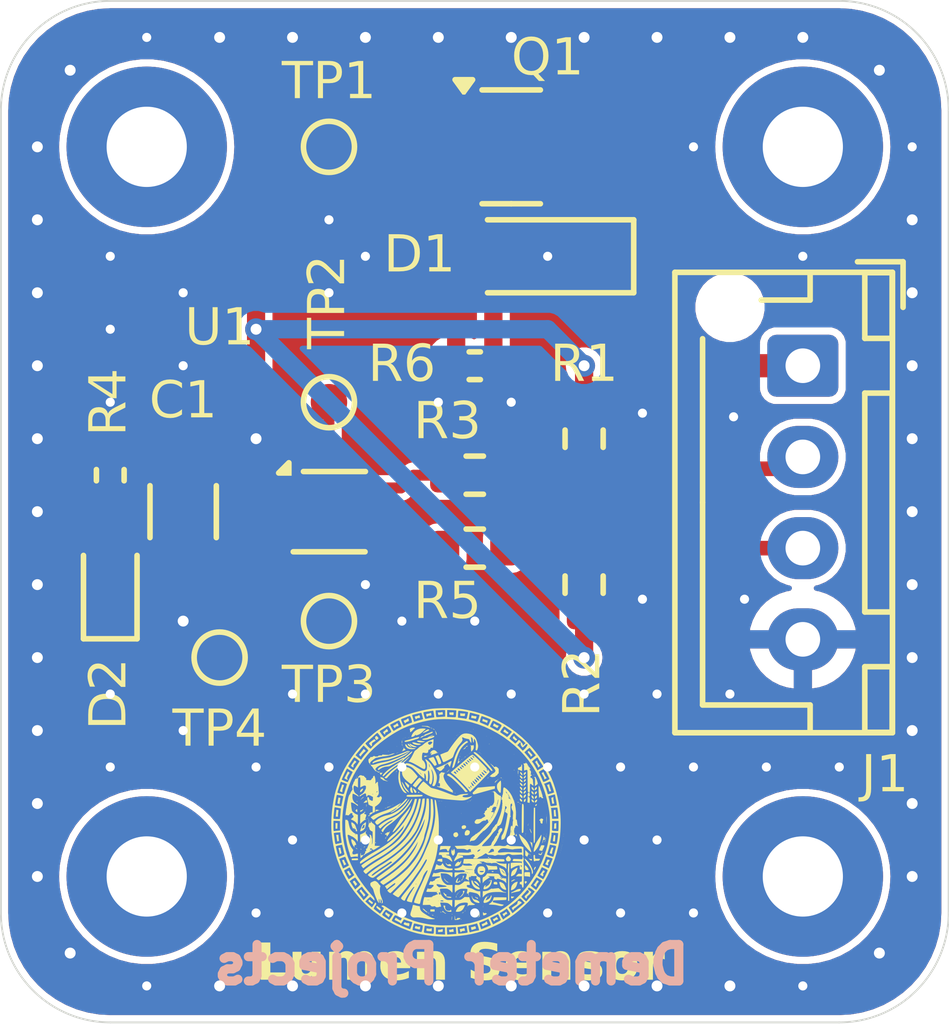
<source format=kicad_pcb>
(kicad_pcb (version 20240108) (generator "pcbnew") (generator_version "8.0")
  (layers (0 "F.Cu" signal) (1 "In1.Cu" signal) (2 "In2.Cu" signal) (31 "B.Cu" signal) (34 "B.Paste" user) (35 "F.Paste" user) (36 "B.SilkS" user "B.Silkscreen") (37 "F.SilkS" user "F.Silkscreen") (38 "B.Mask" user) (39 "F.Mask" user) (44 "Edge.Cuts" user))
  (net 0 "")
  (net 1 "GND")
  (net 2 "3V3")
  (net 3 "Net-(D1-A)")
  (net 4 "VIN")
  (net 5 "Net-(D2-A)")
  (net 6 "/Lumen Board/I2C.SDA")
  (net 7 "/Lumen Board/I2C.SCL")
  (net 8 "/Lumen Board/SDA_R")
  (net 9 "/Lumen Board/SCL_R")
  (footprint "MountingHole:MountingHole_2.2mm_M2_Pad" (layer "F.Cu") (at 117 45)
    (property "Reference" "H2" (hide yes))
    (property "Value" "M2")
    (pad "1" thru_hole circle (at 0 0) (size 4.4 4.4) (drill 2.2) (layers "*.Cu" "*.Mask"))
  )
  (footprint "TestPoint:TestPoint_Pad_D1.0mm" (layer "F.Cu") (at 104 58)
    (property "Reference" "TP3" (at 0 1.8 180) (layer "F.SilkS") (effects (font (thickness 0.2))))
    (property "Value" "~")
    (pad "1" smd circle (at 0 0) (size 1 1) (layers "F.Cu" "F.Mask") (net 9 "/Lumen Board/SCL_R"))
  )
  (footprint "Resistor_SMD:R_0603_1608Metric" (layer "F.Cu") (at 111 57 -90)
    (property "Reference" "R2" (at 2.7 0 90) (layer "F.SilkS") (effects (font (thickness 0.2))))
    (property "Value" "4.7kR")
    (pad "1" smd roundrect (at -0.825 0 270) (size 0.8 0.95) (layers "F.Cu" "F.Paste" "F.Mask") (net 7 "/Lumen Board/I2C.SCL"))
    (pad "2" smd roundrect (at 0.825 0 270) (size 0.8 0.95) (layers "F.Cu" "F.Paste" "F.Mask") (net 2 "3V3"))
  )
  (footprint "TestPoint:TestPoint_Pad_D1.0mm" (layer "F.Cu") (at 101 59)
    (property "Reference" "TP4" (at 0 2 0) (layer "F.SilkS") (effects (font (thickness 0.2))))
    (property "Value" "~")
    (pad "1" smd circle (at 0 0) (size 1 1) (layers "F.Cu" "F.Mask") (net 1 "GND"))
  )
  (footprint "Resistor_SMD:R_0603_1608Metric" (layer "F.Cu") (at 108 54)
    (property "Reference" "R3" (at -0.75 -1.43 0) (layer "F.SilkS") (effects (font (thickness 0.2))))
    (property "Value" "0R")
    (pad "1" smd roundrect (at -0.825 0) (size 0.8 0.95) (layers "F.Cu" "F.Paste" "F.Mask") (net 8 "/Lumen Board/SDA_R"))
    (pad "2" smd roundrect (at 0.825 0) (size 0.8 0.95) (layers "F.Cu" "F.Paste" "F.Mask") (net 6 "/Lumen Board/I2C.SDA"))
  )
  (footprint "MountingHole:MountingHole_2.2mm_M2_Pad" (layer "F.Cu") (at 117 65)
    (property "Reference" "H4" (hide yes))
    (property "Value" "M2")
    (pad "1" thru_hole circle (at 0 0) (size 4.4 4.4) (drill 2.2) (layers "*.Cu" "*.Mask"))
  )
  (footprint "LOGO" (layer "F.Cu") (at 107.25 63.5)
    (property "Reference" "G***" (hide yes))
    (property "Value" "LOGO" (hide yes))
  )
  (footprint "Resistor_SMD:R_0402_1005Metric" (layer "F.Cu") (at 108 51 180)
    (property "Reference" "R6" (at 2 0 180) (layer "F.SilkS") (effects (font (thickness 0.2))))
    (property "Value" "10R")
    (pad "1" smd roundrect (at -0.51 0 180) (size 0.54 0.64) (layers "F.Cu" "F.Paste" "F.Mask") (net 3 "Net-(D1-A)"))
    (pad "2" smd roundrect (at 0.51 0 180) (size 0.54 0.64) (layers "F.Cu" "F.Paste" "F.Mask") (net 1 "GND"))
  )
  (footprint "TestPoint:TestPoint_Pad_D1.0mm" (layer "F.Cu") (at 104 45)
    (property "Reference" "TP1" (at 0 -1.75 0) (layer "F.SilkS") (effects (font (thickness 0.2))))
    (property "Value" "~")
    (pad "1" smd circle (at 0 0) (size 1 1) (layers "F.Cu" "F.Mask") (net 2 "3V3"))
  )
  (footprint "LED_SMD:LED_0603_1608Metric" (layer "F.Cu") (at 98 57 90)
    (property "Reference" "D2" (at -3 0 -90) (layer "F.SilkS") (effects (font (thickness 0.2))))
    (property "Value" "QTLP601CRTR")
    (pad "1" smd roundrect (at -0.7875 0 90) (size 0.875 0.95) (layers "F.Cu" "F.Paste" "F.Mask") (net 1 "GND"))
    (pad "2" smd roundrect (at 0.7875 0 90) (size 0.875 0.95) (layers "F.Cu" "F.Paste" "F.Mask") (net 5 "Net-(D2-A)"))
  )
  (footprint "Resistor_SMD:R_0603_1608Metric" (layer "F.Cu") (at 108 56)
    (property "Reference" "R5" (at -0.75 1.5 0) (layer "F.SilkS") (effects (font (thickness 0.2))))
    (property "Value" "0R")
    (pad "1" smd roundrect (at -0.825 0) (size 0.8 0.95) (layers "F.Cu" "F.Paste" "F.Mask") (net 9 "/Lumen Board/SCL_R"))
    (pad "2" smd roundrect (at 0.825 0) (size 0.8 0.95) (layers "F.Cu" "F.Paste" "F.Mask") (net 7 "/Lumen Board/I2C.SCL"))
  )
  (footprint "Resistor_SMD:R_0603_1608Metric" (layer "F.Cu") (at 111 53 90)
    (property "Reference" "R1" (at 2 0 180) (layer "F.SilkS") (effects (font (thickness 0.2))))
    (property "Value" "4.7kR")
    (pad "1" smd roundrect (at -0.825 0 90) (size 0.8 0.95) (layers "F.Cu" "F.Paste" "F.Mask") (net 6 "/Lumen Board/I2C.SDA"))
    (pad "2" smd roundrect (at 0.825 0 90) (size 0.8 0.95) (layers "F.Cu" "F.Paste" "F.Mask") (net 2 "3V3"))
  )
  (footprint "TestPoint:TestPoint_Pad_D1.0mm" (layer "F.Cu") (at 104 52)
    (property "Reference" "TP2" (at 0 -2.75 90) (layer "F.SilkS") (effects (font (thickness 0.2))))
    (property "Value" "~")
    (pad "1" smd circle (at 0 0) (size 1 1) (layers "F.Cu" "F.Mask") (net 8 "/Lumen Board/SDA_R"))
  )
  (footprint "Connector_JST:JST_XH_B4B-XH-AM_1x04_P2.50mm_Vertical" (layer "F.Cu") (at 117 51 -90)
    (property "Reference" "J1" (at 11.25 -2.25 180) (layer "F.SilkS") (effects (font (thickness 0.2))))
    (property "Value" "B4B-XH-AM")
    (pad "" np_thru_hole circle (at -1.6 2 270) (size 1.2 1.2) (drill 1.2) (layers "F&B.Cu" "*.Mask"))
    (pad "1" thru_hole roundrect (at 0 0 270) (size 1.7 1.95) (drill 0.95) (layers "*.Cu" "*.Mask") (roundrect_rratio 0.147059) (net 4 "VIN"))
    (pad "2" thru_hole oval (at 2.5 0 270) (size 1.7 1.95) (drill 0.95) (layers "*.Cu" "*.Mask") (net 6 "/Lumen Board/I2C.SDA"))
    (pad "3" thru_hole oval (at 5 0 270) (size 1.7 1.95) (drill 0.95) (layers "*.Cu" "*.Mask") (net 7 "/Lumen Board/I2C.SCL"))
    (pad "4" thru_hole oval (at 7.5 0 270) (size 1.7 1.95) (drill 0.95) (layers "*.Cu" "*.Mask") (net 1 "GND"))
  )
  (footprint "OptoDevice:Lite-On_LTR-303ALS-01" (layer "F.Cu") (at 104 55)
    (property "Reference" "U1" (at -3 -5 0) (layer "F.SilkS") (effects (font (thickness 0.2))))
    (property "Value" "LTR-303ALS-01")
    (pad "1" smd roundrect (at -0.9 -0.65) (size 0.65 0.3) (layers "F.Cu" "F.Paste" "F.Mask") (net 2 "3V3"))
    (pad "2" smd roundrect (at -0.9 0) (size 0.65 0.3) (layers "F.Cu" "F.Paste" "F.Mask"))
    (pad "3" smd roundrect (at -0.9 0.65) (size 0.65 0.3) (layers "F.Cu" "F.Paste" "F.Mask") (net 1 "GND"))
    (pad "4" smd roundrect (at 0.9 0.65) (size 0.65 0.3) (layers "F.Cu" "F.Paste" "F.Mask") (net 9 "/Lumen Board/SCL_R"))
    (pad "5" smd roundrect (at 0.9 0) (size 0.65 0.3) (layers "F.Cu" "F.Paste" "F.Mask"))
    (pad "6" smd roundrect (at 0.9 -0.65) (size 0.65 0.3) (layers "F.Cu" "F.Paste" "F.Mask") (net 8 "/Lumen Board/SDA_R"))
  )
  (footprint "Diode_SMD:D_SOD-123" (layer "F.Cu") (at 110 48 180)
    (property "Reference" "D1" (at 4.5 0 180) (layer "F.SilkS") (effects (font (thickness 0.2)) (justify left)))
    (property "Value" "MMSZ5231B-7-F")
    (pad "1" smd roundrect (at -1.65 0 180) (size 0.9 1.2) (layers "F.Cu" "F.Paste" "F.Mask") (net 4 "VIN"))
    (pad "2" smd roundrect (at 1.65 0 180) (size 0.9 1.2) (layers "F.Cu" "F.Paste" "F.Mask") (net 3 "Net-(D1-A)"))
  )
  (footprint "MountingHole:MountingHole_2.2mm_M2_Pad" (layer "F.Cu") (at 99 65)
    (property "Reference" "H3" (hide yes))
    (property "Value" "M2")
    (pad "1" thru_hole circle (at 0 0) (size 4.4 4.4) (drill 2.2) (layers "*.Cu" "*.Mask"))
  )
  (footprint "MountingHole:MountingHole_2.2mm_M2_Pad" (layer "F.Cu") (at 99 45)
    (property "Reference" "H1" (hide yes))
    (property "Value" "M2")
    (pad "1" thru_hole circle (at 0 0) (size 4.4 4.4) (drill 2.2) (layers "*.Cu" "*.Mask"))
  )
  (footprint "Package_TO_SOT_SMD:SOT-23-3" (layer "F.Cu") (at 109 45)
    (property "Reference" "Q1" (at 0 -2.4 180) (layer "F.SilkS") (effects (font (thickness 0.2)) (justify left)))
    (property "Value" "DMP1045U-7")
    (pad "1" smd roundrect (at -1.1375 -0.95) (size 1.325 0.6) (layers "F.Cu" "F.Paste" "F.Mask") (net 2 "3V3"))
    (pad "2" smd roundrect (at -1.1375 0.95) (size 1.325 0.6) (layers "F.Cu" "F.Paste" "F.Mask") (net 3 "Net-(D1-A)"))
    (pad "3" smd roundrect (at 1.1375 0) (size 1.325 0.6) (layers "F.Cu" "F.Paste" "F.Mask") (net 4 "VIN"))
  )
  (footprint "Capacitor_SMD:C_1206_3216Metric" (layer "F.Cu") (at 100 55 -90)
    (property "Reference" "C1" (at -3 0 180) (layer "F.SilkS") (effects (font (thickness 0.2))))
    (property "Value" "1uF")
    (pad "1" smd roundrect (at -1.475 0 270) (size 1.15 1.8) (layers "F.Cu" "F.Paste" "F.Mask") (roundrect_rratio 0.217391) (net 2 "3V3"))
    (pad "2" smd roundrect (at 1.475 0 270) (size 1.15 1.8) (layers "F.Cu" "F.Paste" "F.Mask") (roundrect_rratio 0.217391) (net 1 "GND"))
  )
  (footprint "Resistor_SMD:R_0402_1005Metric" (layer "F.Cu") (at 98 54 90)
    (property "Reference" "R4" (at 2 0 -90) (layer "F.SilkS") (effects (font (thickness 0.2))))
    (property "Value" "330R")
    (pad "1" smd roundrect (at -0.51 0 90) (size 0.54 0.64) (layers "F.Cu" "F.Paste" "F.Mask") (net 5 "Net-(D2-A)"))
    (pad "2" smd roundrect (at 0.51 0 90) (size 0.54 0.64) (layers "F.Cu" "F.Paste" "F.Mask") (net 2 "3V3"))
  )
  (gr_line (start 121 43.999999) (end 121.000001 66.000001) (stroke (width 0.05)) (layer "Edge.Cuts"))
  (gr_arc (start 118 40.999999) (mid 120.121321 41.878679) (end 121 43.999999) (stroke (width 0.05)) (layer "Edge.Cuts"))
  (gr_line (start 95.000001 43.999999) (end 94.999999 66.000003) (stroke (width 0.05)) (layer "Edge.Cuts"))
  (gr_arc (start 121.000001 66.000001) (mid 120.121321 68.121321) (end 118.000001 69.000001) (stroke (width 0.05)) (layer "Edge.Cuts"))
  (gr_line (start 97.999997 69.000003) (end 118.000001 69.000001) (stroke (width 0.05)) (layer "Edge.Cuts"))
  (gr_arc (start 94.999999 43.999999) (mid 95.878679 41.878679) (end 97.999999 40.999999) (stroke (width 0.05)) (layer "Edge.Cuts"))
  (gr_line (start 97.999999 40.999999) (end 118 40.999999) (stroke (width 0.05)) (layer "Edge.Cuts"))
  (gr_arc (start 97.999997 69.000003) (mid 95.878678 68.121322) (end 94.999997 66.000003) (stroke (width 0.05)) (layer "Edge.Cuts"))
  (gr_text "Demeter Projects\n" (at 114 68 0) (layer "B.SilkS") (effects (font (size 1 1) (thickness 0.25) (bold yes)) (justify left bottom mirror)))
  (gr_text "Lumen Sensor" (at 102 68 0) (layer "F.SilkS") (effects (font (size 1 1) (thickness 0.2) (bold yes)) (justify left bottom)))
  (segment (start 100.325 56.475) (end 100 56.475) (width 0.3) (layer "F.Cu") (net 1))
  (via (at 96 61) (size 0.6) (drill 0.3) (layers "F.Cu" "B.Cu") (net 1))
  (via (at 120 53) (size 0.6) (drill 0.3) (layers "F.Cu" "B.Cu") (net 1))
  (via (at 96 63) (size 0.6) (drill 0.3) (layers "F.Cu" "B.Cu") (net 1))
  (via (at 96 57) (size 0.6) (drill 0.3) (layers "F.Cu" "B.Cu") (net 1))
  (via (at 103 42) (size 0.6) (drill 0.3) (layers "F.Cu" "B.Cu") (net 1))
  (via (at 104 49) (size 0.6) (drill 0.25) (layers "F.Cu" "B.Cu") (net 1))
  (via (at 111 68) (size 0.6) (drill 0.3) (layers "F.Cu" "B.Cu") (net 1))
  (via (at 115 60) (size 0.6) (drill 0.25) (layers "F.Cu" "B.Cu") (net 1))
  (via (at 109 64) (size 0.6) (drill 0.25) (layers "F.Cu" "B.Cu") (net 1))
  (via (at 98 60) (size 0.6) (drill 0.25) (layers "F.Cu" "B.Cu") (net 1))
  (via (at 114 66) (size 0.6) (drill 0.25) (layers "F.Cu" "B.Cu") (net 1))
  (via (at 110 66) (size 0.6) (drill 0.25) (layers "F.Cu" "B.Cu") (net 1))
  (via (at 100 51) (size 0.6) (drill 0.25) (layers "F.Cu" "B.Cu") (net 1))
  (via (at 103 68) (size 0.6) (drill 0.3) (layers "F.Cu" "B.Cu") (net 1))
  (via (at 115.1 52.4) (size 0.6) (drill 0.25) (layers "F.Cu" "B.Cu") (net 1))
  (via (at 112.6 57.4) (size 0.6) (drill 0.25) (layers "F.Cu" "B.Cu") (net 1))
  (via (at 98 62) (size 0.6) (drill 0.25) (layers "F.Cu" "B.Cu") (net 1))
  (via (at 107 52) (size 0.6) (drill 0.25) (layers "F.Cu" "B.Cu") (net 1))
  (via (at 111 42) (size 0.6) (drill 0.3) (layers "F.Cu" "B.Cu") (net 1))
  (via (at 108 66) (size 0.6) (drill 0.25) (layers "F.Cu" "B.Cu") (net 1))
  (via (at 120 57) (size 0.6) (drill 0.3) (layers "F.Cu" "B.Cu") (net 1))
  (via (at 110 48) (size 0.6) (drill 0.25) (layers "F.Cu" "B.Cu") (net 1))
  (via (at 110 62) (size 0.6) (drill 0.25) (layers "F.Cu" "B.Cu") (net 1))
  (via (at 107 64) (size 0.6) (drill 0.25) (layers "F.Cu" "B.Cu") (net 1))
  (via (at 100 49) (size 0.6) (drill 0.25) (layers "F.Cu" "B.Cu") (net 1))
  (via (at 102 66) (size 0.6) (drill 0.25) (layers "F.Cu" "B.Cu") (net 1))
  (via (at 120 55) (size 0.6) (drill 0.3) (layers "F.Cu" "B.Cu") (net 1))
  (via (at 107 68) (size 0.6) (drill 0.3) (layers "F.Cu" "B.Cu") (net 1))
  (via (at 112.6 52.3) (size 0.6) (drill 0.25) (layers "F.Cu" "B.Cu") (net 1))
  (via (at 96 59) (size 0.6) (drill 0.3) (layers "F.Cu" "B.Cu") (net 1))
  (via (at 96 49) (size 0.6) (drill 0.3) (layers "F.Cu" "B.Cu") (net 1))
  (via (at 108 62) (size 0.6) (drill 0.25) (layers "F.Cu" "B.Cu") (net 1))
  (via (at 120 59) (size 0.6) (drill 0.3) (layers "F.Cu" "B.Cu") (net 1))
  (via (at 113 68) (size 0.6) (drill 0.3) (layers "F.Cu" "B.Cu") (net 1))
  (via (at 109 68) (size 0.6) (drill 0.3) (layers "F.Cu" "B.Cu") (net 1))
  (via (at 120 65) (size 0.6) (drill 0.3) (layers "F.Cu" "B.Cu") (net 1))
  (via (at 99 42) (size 0.6) (drill 0.25) (layers "F.Cu" "B.Cu") (net 1))
  (via (at 120 63) (size 0.6) (drill 0.3) (layers "F.Cu" "B.Cu") (net 1))
  (via (at 105 48) (size 0.6) (drill 0.25) (layers "F.Cu" "B.Cu") (net 1))
  (via (at 103 64) (size 0.6) (drill 0.25) (layers "F.Cu" "B.Cu") (net 1))
  (via (at 119.1 67.1) (size 0.6) (drill 0.3) (layers "F.Cu" "B.Cu") (net 1))
  (via (at 96 47) (size 0.6) (drill 0.3) (layers "F.Cu" "B.Cu") (net 1))
  (via (at 105 64) (size 0.6) (drill 0.25) (layers "F.Cu" "B.Cu") (net 1))
  (via (at 116 62) (size 0.6) (drill 0.25) (layers "F.Cu" "B.Cu") (net 1))
  (via (at 106 66) (size 0.6) (drill 0.25) (layers "F.Cu" "B.Cu") (net 1))
  (via (at 114 62) (size 0.6) (drill 0.25) (layers "F.Cu" "B.Cu") (net 1))
  (via (at 104 62) (size 0.6) (drill 0.25) (layers "F.Cu" "B.Cu") (net 1))
  (via (at 111 64) (size 0.6) (drill 0.25) (layers "F.Cu" "B.Cu") (net 1))
  (via (at 107 60) (size 0.6) (drill 0.25) (layers "F.Cu" "B.Cu") (net 1))
  (via (at 101 68) (size 0.6) (drill 0.3) (layers "F.Cu" "B.Cu") (net 1))
  (via (at 114 45) (size 0.6) (drill 0.25) (layers "F.Cu" "B.Cu") (net 1))
  (via (at 96.9 67.1) (size 0.6) (drill 0.3) (layers "F.Cu" "B.Cu") (net 1))
  (via (at 118 62) (size 0.6) (drill 0.25) (layers "F.Cu" "B.Cu") (net 1))
  (via (at 105 68) (size 0.6) (drill 0.3) (layers "F.Cu" "B.Cu") (net 1))
  (via (at 96 51) (size 0.6) (drill 0.3) (layers "F.Cu" "B.Cu") (net 1))
  (via (at 100 58) (size 0.6) (drill 0.3) (layers "F.Cu" "B.Cu") (net 1))
  (via (at 112 62) (size 0.6) (drill 0.25) (layers "F.Cu" "B.Cu") (net 1))
  (via (at 112 66) (size 0.6) (drill 0.25) (layers "F.Cu" "B.Cu") (net 1))
  (via (at 120 51) (size 0.6) (drill 0.3) (layers "F.Cu" "B.Cu") (net 1))
  (via (at 108 58) (size 0.6) (drill 0.25) (layers "F.Cu" "B.Cu") (net 1))
  (via (at 96 65) (size 0.6) (drill 0.3) (layers "F.Cu" "B.Cu") (net 1))
  (via (at 103 60) (size 0.6) (drill 0.25) (layers "F.Cu" "B.Cu") (net 1))
  (via (at 109 52) (size 0.6) (drill 0.25) (layers "F.Cu" "B.Cu") (net 1))
  (via (at 119.1 42.9) (size 0.6) (drill 0.3) (layers "F.Cu" "B.Cu") (net 1))
  (via (at 96 55) (size 0.6) (drill 0.3) (layers "F.Cu" "B.Cu") (net 1))
  (via (at 113 42) (size 0.6) (drill 0.3) (layers "F.Cu" "B.Cu") (net 1))
  (via (at 115 42) (size 0.6) (drill 0.3) (layers "F.Cu" "B.Cu") (net 1))
  (via (at 120 45) (size 0.6) (drill 0.25) (layers "F.Cu" "B.Cu") (net 1))
  (via (at 98 48) (size 0.6) (drill 0.25) (layers "F.Cu" "B.Cu") (net 1))
  (via (at 117 48) (size 0.6) (drill 0.25) (layers "F.Cu" "B.Cu") (net 1))
  (via (at 115 68) (size 0.6) (drill 0.3) (layers "F.Cu" "B.Cu") (net 1))
  (via (at 111 60) (size 0.6) (drill 0.25) (layers "F.Cu" "B.Cu") (net 1))
  (via (at 107 42) (size 0.6) (drill 0.3) (layers "F.Cu" "B.Cu") (net 1))
  (via (at 98 50) (size 0.6) (drill 0.25) (layers "F.Cu" "B.Cu") (net 1))
  (via (at 98 52) (size 0.6) (drill 0.25) (layers "F.Cu" "B.Cu") (net 1))
  (via (at 99 68) (size 0.6) (drill 0.25) (layers "F.Cu" "B.Cu") (net 1))
  (via (at 96 53) (size 0.6) (drill 0.3) (layers "F.Cu" "B.Cu") (net 1))
  (via (at 117 68) (size 0.6) (drill 0.25) (layers "F.Cu" "B.Cu") (net 1))
  (via (at 105 60) (size 0.6) (drill 0.25) (layers "F.Cu" "B.Cu") (net 1))
  (via (at 102 53) (size 0.6) (drill 0.3) (layers "F.Cu" "B.Cu") (net 1))
  (via (at 105 57) (size 0.6) (drill 0.25) (layers "F.Cu" "B.Cu") (net 1))
  (via (at 105 42) (size 0.6) (drill 0.3) (layers "F.Cu" "B.Cu") (net 1))
  (via (at 120 49) (size 0.6) (drill 0.3) (layers "F.Cu" "B.Cu") (net 1))
  (via (at 113 60) (size 0.6) (drill 0.25) (layers "F.Cu" "B.Cu") (net 1))
  (via (at 109 60) (size 0.6) (drill 0.25) (layers "F.Cu" "B.Cu") (net 1))
  (via (at 115.4 57.4) (size 0.6) (drill 0.25) (layers "F.Cu" "B.Cu") (net 1))
  (via (at 106 62) (size 0.6) (drill 0.25) (layers "F.Cu" "B.Cu") (net 1))
  (via (at 120 47) (size 0.6) (drill 0.3) (layers "F.Cu" "B.Cu") (net 1))
  (via (at 117 42) (size 0.6) (drill 0.3) (layers "F.Cu" "B.Cu") (net 1))
  (via (at 96 45) (size 0.6) (drill 0.3) (layers "F.Cu" "B.Cu") (net 1))
  (via (at 101 42) (size 0.6) (drill 0.3) (layers "F.Cu" "B.Cu") (net 1))
  (via (at 104 47) (size 0.6) (drill 0.25) (layers "F.Cu" "B.Cu") (net 1))
  (via (at 113 64) (size 0.6) (drill 0.25) (layers "F.Cu" "B.Cu") (net 1))
  (via (at 106 58) (size 0.6) (drill 0.25) (layers "F.Cu" "B.Cu") (net 1))
  (via (at 120 61) (size 0.6) (drill 0.3) (layers "F.Cu" "B.Cu") (net 1))
  (via (at 109 42) (size 0.6) (drill 0.3) (layers "F.Cu" "B.Cu") (net 1))
  (via (at 102 62) (size 0.6) (drill 0.25) (layers "F.Cu" "B.Cu") (net 1))
  (via (at 100 61) (size 0.6) (drill 0.25) (layers "F.Cu" "B.Cu") (net 1))
  (via (at 96.9 42.9) (size 0.6) (drill 0.3) (layers "F.Cu" "B.Cu") (net 1))
  (via (at 104 66) (size 0.6) (drill 0.25) (layers "F.Cu" "B.Cu") (net 1))
  (segment (start 111 52.175) (end 111 51) (width 0.5) (layer "F.Cu") (net 2))
  (segment (start 101.15 54.35) (end 103.1 54.35) (width 0.3) (layer "F.Cu") (net 2))
  (segment (start 102 51.525) (end 102 47) (width 0.5) (layer "F.Cu") (net 2))
  (segment (start 99.965 53.49) (end 98 53.49) (width 0.3) (layer "F.Cu") (net 2))
  (segment (start 106 44) (end 107.8125 44) (width 0.5) (layer "F.Cu") (net 2))
  (segment (start 102 47) (end 104 45) (width 0.5) (layer "F.Cu") (net 2))
  (segment (start 100 53.525) (end 100.325 53.525) (width 0.3) (layer "F.Cu") (net 2))
  (segment (start 107.8125 44) (end 105 44) (width 0.5) (layer "F.Cu") (net 2))
  (segment (start 100.325 53.525) (end 101.15 54.35) (width 0.3) (layer "F.Cu") (net 2))
  (segment (start 107.8125 44) (end 107.8625 44.05) (width 0.5) (layer "F.Cu") (net 2))
  (segment (start 100 53.525) (end 102 51.525) (width 0.5) (layer "F.Cu") (net 2))
  (segment (start 111 57.825) (end 111 59) (width 0.5) (layer "F.Cu") (net 2))
  (segment (start 105 44) (end 104 45) (width 0.5) (layer "F.Cu") (net 2))
  (segment (start 100 53.525) (end 99.965 53.49) (width 0.3) (layer "F.Cu") (net 2))
  (via (at 111 59) (size 0.6) (drill 0.3) (layers "F.Cu" "B.Cu") (net 2))
  (via (at 102 50) (size 0.6) (drill 0.3) (layers "F.Cu" "B.Cu") (net 2))
  (via (at 111 51) (size 0.6) (drill 0.3) (layers "F.Cu" "B.Cu") (net 2))
  (segment (start 110 50) (end 102 50) (width 0.5) (layer "B.Cu") (net 2))
  (segment (start 111 51) (end 110 50) (width 0.5) (layer "B.Cu") (net 2))
  (segment (start 102 50) (end 111 59) (width 0.5) (layer "B.Cu") (net 2))
  (segment (start 108.6 47.75) (end 108.6 46.4) (width 0.5) (layer "F.Cu") (net 3))
  (segment (start 108.6 46.4) (end 108.15 45.95) (width 0.5) (layer "F.Cu") (net 3))
  (segment (start 108.51 51) (end 108.51 48.16) (width 0.5) (layer "F.Cu") (net 3))
  (segment (start 108.35 48) (end 108.6 47.75) (width 0.5) (layer "F.Cu") (net 3))
  (segment (start 108.51 48.16) (end 108.35 48) (width 0.5) (layer "F.Cu") (net 3))
  (segment (start 108.15 45.95) (end 107.8625 45.95) (width 0.5) (layer "F.Cu") (net 3))
  (segment (start 111.65 45.65) (end 111 45) (width 0.635) (layer "F.Cu") (net 4))
  (segment (start 111.65 49) (end 111.65 45.65) (width 0.635) (layer "F.Cu") (net 4))
  (segment (start 113.65 51) (end 111.65 49) (width 0.635) (layer "F.Cu") (net 4))
  (segment (start 111 45) (end 110.1375 45) (width 0.635) (layer "F.Cu") (net 4))
  (segment (start 117 51) (end 113.65 51) (width 0.635) (layer "F.Cu") (net 4))
  (segment (start 98 56.2125) (end 98 54.51) (width 0.3) (layer "F.Cu") (net 5))
  (segment (start 108.825 54) (end 108.85 54.025) (width 0.4) (layer "F.Cu") (net 6))
  (segment (start 109 53.825) (end 108.825 54) (width 0.4) (layer "F.Cu") (net 6))
  (segment (start 116.675 53.825) (end 117 53.5) (width 0.4) (layer "F.Cu") (net 6))
  (segment (start 111 53.825) (end 109 53.825) (width 0.4) (layer "F.Cu") (net 6))
  (segment (start 110.8 54.025) (end 111 53.825) (width 0.4) (layer "F.Cu") (net 6))
  (segment (start 111 53.825) (end 116.675 53.825) (width 0.4) (layer "F.Cu") (net 6))
  (segment (start 116.825 56.175) (end 117 56) (width 0.4) (layer "F.Cu") (net 7))
  (segment (start 117 56) (end 111.175 56) (width 0.4) (layer "F.Cu") (net 7))
  (segment (start 108.825 56) (end 110.825 56) (width 0.4) (layer "F.Cu") (net 7))
  (segment (start 108.825 56) (end 108.85 55.975) (width 0.4) (layer "F.Cu") (net 7))
  (segment (start 110.825 56) (end 111 56.175) (width 0.4) (layer "F.Cu") (net 7))
  (segment (start 110.8 55.975) (end 111 56.175) (width 0.4) (layer "F.Cu") (net 7))
  (segment (start 111.175 56) (end 111 56.175) (width 0.4) (layer "F.Cu") (net 7))
  (segment (start 104 53.45) (end 104 52) (width 0.3) (layer "F.Cu") (net 8))
  (segment (start 105.975 54.35) (end 106.325 54) (width 0.3) (layer "F.Cu") (net 8))
  (segment (start 104.9 54.35) (end 105.975 54.35) (width 0.3) (layer "F.Cu") (net 8))
  (segment (start 106.325 54) (end 107.175 54) (width 0.3) (layer "F.Cu") (net 8))
  (segment (start 104.9 54.35) (end 104 53.45) (width 0.3) (layer "F.Cu") (net 8))
  (segment (start 104.55 55.65) (end 104.9 55.65) (width 0.3) (layer "F.Cu") (net 9))
  (segment (start 104 58) (end 104 56.2) (width 0.3) (layer "F.Cu") (net 9))
  (segment (start 106.025 55.65) (end 106.375 56) (width 0.3) (layer "F.Cu") (net 9))
  (segment (start 104.9 55.65) (end 106.025 55.65) (width 0.3) (layer "F.Cu") (net 9))
  (segment (start 104 56.2) (end 104.55 55.65) (width 0.3) (layer "F.Cu") (net 9))
  (segment (start 106.375 56) (end 107.175 56) (width 0.3) (layer "F.Cu") (net 9))
  (zone (net 1) (net_name "GND") (layers "F.Cu" "In1.Cu" "In2.Cu" "B.Cu") (name "GND") (priority 1) (connect_pads (clearance 0.2)) (min_thickness 0.15) (fill yes (thermal_gap 0.5) (thermal_bridge_width 0.5) (smoothing fillet))
    (polygon (pts (xy 95 41) (xy 95 69) (xy 121 69) (xy 121 41)))
  )
)
</source>
